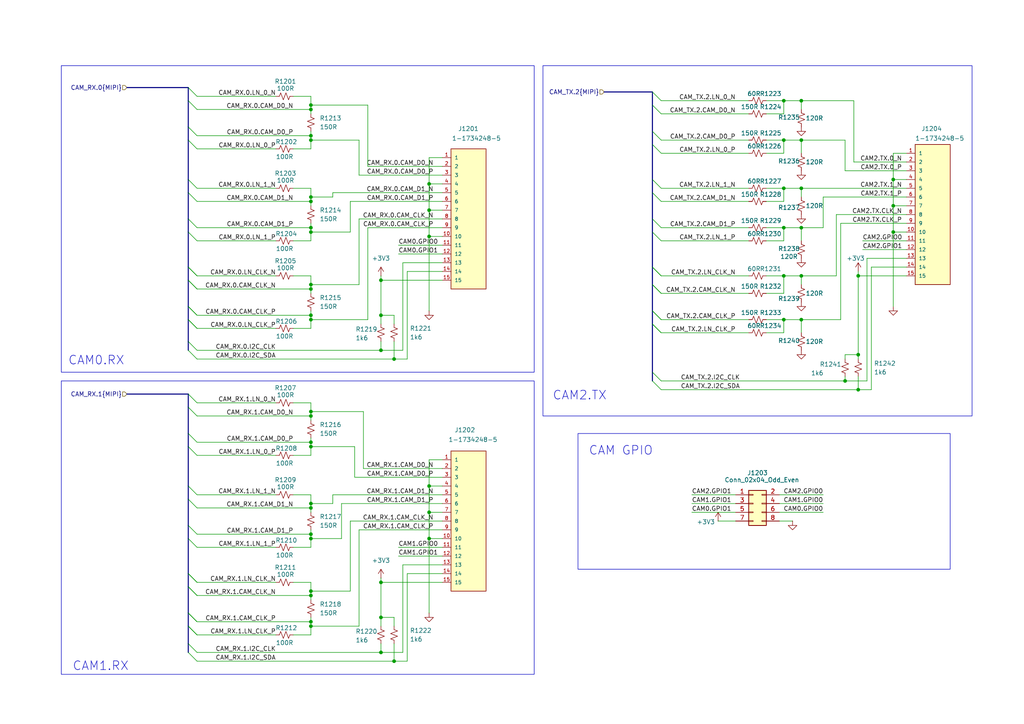
<source format=kicad_sch>
(kicad_sch (version 20250114) (generator "eeschema") (generator_version "9.0")
  (paper "A4")
  (title_block (title "Camera") (date "2025-09-13") (rev "A"))
  (lib_symbols
    (symbol "Connector_Generic:Conn_02x04_Odd_Even" (pin_names (offset 1.016) (hide yes))
      (property "Reference" "J" (at 1.27 5.08 0))
      (property "Value" "Conn_02x04_Odd_Even" (at 1.27 -7.62 0))
      (symbol "Conn_02x04_Odd_Even_1_1"
        (rectangle (start -1.27 3.81) (end 3.81 -6.35) (stroke (width 0.254)) (fill (type background)))
        (rectangle (start -1.27 2.667) (end 0 2.413) (stroke (width 0.1524)))
        (rectangle (start -1.27 0.127) (end 0 -0.127) (stroke (width 0.1524)))
        (rectangle (start -1.27 -2.413) (end 0 -2.667) (stroke (width 0.1524)))
        (rectangle (start -1.27 -4.953) (end 0 -5.207) (stroke (width 0.1524)))
        (rectangle (start 3.81 2.667) (end 2.54 2.413) (stroke (width 0.1524)))
        (rectangle (start 3.81 0.127) (end 2.54 -0.127) (stroke (width 0.1524)))
        (rectangle (start 3.81 -2.413) (end 2.54 -2.667) (stroke (width 0.1524)))
        (rectangle (start 3.81 -4.953) (end 2.54 -5.207) (stroke (width 0.1524)))
        (pin passive line (at -5.08 2.54 0) (length 3.81) (name "Pin_1") (number "1"))
        (pin passive line (at -5.08 0 0) (length 3.81) (name "Pin_3") (number "3"))
        (pin passive line (at -5.08 -2.54 0) (length 3.81) (name "Pin_5") (number "5"))
        (pin passive line (at -5.08 -5.08 0) (length 3.81) (name "Pin_7") (number "7"))
        (pin passive line (at 7.62 2.54 180) (length 3.81) (name "Pin_2") (number "2"))
        (pin passive line (at 7.62 0 180) (length 3.81) (name "Pin_4") (number "4"))
        (pin passive line (at 7.62 -2.54 180) (length 3.81) (name "Pin_6") (number "6"))
        (pin passive line (at 7.62 -5.08 180) (length 3.81) (name "Pin_8") (number "8"))
      )
    )
    (symbol "Device:R_Small_US" (pin_numbers (hide yes)) (pin_names (offset 0.254) (hide yes))
      (property "Reference" "R" (at 0.762 0.508 0))
      (property "Value" "R_Small_US" (at 0.762 -1.016 0))
      (symbol "R_Small_US_1_1"
        (polyline (pts (xy 0 1.524) (xy 1.016 1.143) (xy 0 0.762) (xy -1.016 0.381) (xy 0 0)))
        (polyline (pts (xy 0 0) (xy 1.016 -0.381) (xy 0 -0.762) (xy -1.016 -1.143) (xy 0 -1.524)))
        (pin passive line (at 0 2.54 270) (length 1.016) (name "~") (number "1"))
        (pin passive line (at 0 -2.54 90) (length 1.016) (name "~") (number "2"))
      )
    )
    (symbol "camera:1-1734248-5" (pin_names (offset 1.016))
      (property "Reference" "J" (at -5.08 20.955 0))
      (property "Value" "1-1734248-5" (at -6.096 -23.622 0))
      (symbol "1-1734248-5_0_0"
        (rectangle (start -5.08 20.32) (end 5.08 -20.32) (stroke (width 0.2032)) (fill (type background)))
        (pin passive line (at -7.62 17.78 0) (length 2.54) (name "1") (number "1"))
        (pin passive line (at -7.62 17.78 0) (length 2.54) (hide yes) (name "1__1") (number "1_1"))
        (pin passive line (at -7.62 15.24 0) (length 2.54) (name "2") (number "2"))
        (pin passive line (at -7.62 15.24 0) (length 2.54) (hide yes) (name "2__1") (number "2_1"))
        (pin passive line (at -7.62 12.7 0) (length 2.54) (name "3") (number "3"))
        (pin passive line (at -7.62 12.7 0) (length 2.54) (hide yes) (name "3__1") (number "3_1"))
        (pin passive line (at -7.62 10.16 0) (length 2.54) (name "4") (number "4"))
        (pin passive line (at -7.62 10.16 0) (length 2.54) (hide yes) (name "4__1") (number "4_1"))
        (pin passive line (at -7.62 7.62 0) (length 2.54) (name "5") (number "5"))
        (pin passive line (at -7.62 7.62 0) (length 2.54) (hide yes) (name "5__1") (number "5_1"))
        (pin passive line (at -7.62 5.08 0) (length 2.54) (name "6") (number "6"))
        (pin passive line (at -7.62 5.08 0) (length 2.54) (hide yes) (name "6__1") (number "6_1"))
        (pin passive line (at -7.62 2.54 0) (length 2.54) (name "7") (number "7"))
        (pin passive line (at -7.62 2.54 0) (length 2.54) (hide yes) (name "7__1") (number "7_1"))
        (pin passive line (at -7.62 0 0) (length 2.54) (name "8") (number "8"))
        (pin passive line (at -7.62 0 0) (length 2.54) (hide yes) (name "8__1") (number "8_1"))
        (pin passive line (at -7.62 -2.54 0) (length 2.54) (name "9") (number "9"))
        (pin passive line (at -7.62 -2.54 0) (length 2.54) (hide yes) (name "9__1") (number "9_1"))
        (pin passive line (at -7.62 -5.08 0) (length 2.54) (name "10") (number "10"))
        (pin passive line (at -7.62 -5.08 0) (length 2.54) (hide yes) (name "10__1") (number "10_1"))
        (pin passive line (at -7.62 -7.62 0) (length 2.54) (name "11") (number "11"))
        (pin passive line (at -7.62 -7.62 0) (length 2.54) (hide yes) (name "11__1") (number "11_1"))
        (pin passive line (at -7.62 -10.16 0) (length 2.54) (name "12") (number "12"))
        (pin passive line (at -7.62 -10.16 0) (length 2.54) (hide yes) (name "12__1") (number "12_1"))
        (pin passive line (at -7.62 -12.7 0) (length 2.54) (name "13") (number "13"))
        (pin passive line (at -7.62 -12.7 0) (length 2.54) (hide yes) (name "13__1") (number "13_1"))
        (pin passive line (at -7.62 -15.24 0) (length 2.54) (name "14") (number "14"))
        (pin passive line (at -7.62 -15.24 0) (length 2.54) (hide yes) (name "14__1") (number "14_1"))
        (pin passive line (at -7.62 -17.78 0) (length 2.54) (name "15") (number "15"))
        (pin passive line (at -7.62 -17.78 0) (length 2.54) (hide yes) (name "15__1") (number "15_1"))
      )
    )
    (symbol "power:+3.3V" (power) (pin_numbers (hide yes)) (pin_names (offset 0) (hide yes))
      (property "Value" "+3.3V" (at 0 3.556 0))
      (symbol "+3.3V_0_1"
        (polyline (pts (xy -0.762 1.27) (xy 0 2.54)))
        (polyline (pts (xy 0 2.54) (xy 0.762 1.27)))
        (polyline (pts (xy 0 0) (xy 0 2.54)))
      )
      (symbol "+3.3V_1_1"
        (pin power_in line (at 0 0 90) (length 0) (name "~") (number "1"))
      )
    )
    (symbol "power:GND" (power) (pin_numbers (hide yes)) (pin_names (offset 0) (hide yes))
      (property "Value" "GND" (at 0 -3.81 0))
      (symbol "GND_0_1"
        (polyline (pts (xy 0 0) (xy 0 -1.27) (xy 1.27 -1.27) (xy 0 -2.54) (xy -1.27 -1.27) (xy 0 -1.27)))
      )
      (symbol "GND_1_1"
        (pin power_in line (at 0 0 270) (length 0) (name "~") (number "1"))
      )
    )
  )
  (bus_alias "MIPI" (members "CAM_D0_N" "CAM_D0_P" "CAM_D1_N" "CAM_D1_P" "CAM_CLK_N" "CAM_CLK_P" "I2C_CLK" "I2C_SDA" "LN_0_N" "LN_0_P" "LN_1_N" "LN_1_P" "LN_CLK_N" "LN_CLK_P"))
  (rectangle (start 157.48 19.05) (end 281.94 120.65))
  (rectangle (start 17.78 19.05) (end 154.94 107.95))
  (rectangle (start 167.64 125.73) (end 275.59 165.1))
  (rectangle (start 17.78 110.49) (end 154.94 195.58))
  (text "CAM0.RX" (at 27.94 104.648 0) (effects (font (size 2.54 2.54))))
  (text "CAM1.RX" (at 29.21 193.294 0) (effects (font (size 2.54 2.54))))
  (text "CAM GPIO" (at 180.086 130.81 0) (effects (font (size 2.54 2.54))))
  (text "CAM2.TX" (at 168.148 114.808 0) (effects (font (size 2.54 2.54))))
  (junction (at 90.17 39.37))
  (junction (at 110.49 168.91))
  (junction (at 90.17 147.32))
  (junction (at 227.33 92.71))
  (junction (at 259.08 59.69))
  (junction (at 124.46 68.58))
  (junction (at 110.49 91.44))
  (junction (at 114.3 104.14))
  (junction (at 248.92 80.01))
  (junction (at 227.33 54.61))
  (junction (at 90.17 30.48))
  (junction (at 124.46 60.96))
  (junction (at 90.17 156.21))
  (junction (at 227.33 40.64))
  (junction (at 245.11 110.49))
  (junction (at 259.08 52.07))
  (junction (at 90.17 129.54))
  (junction (at 110.49 189.23))
  (junction (at 90.17 31.75))
  (junction (at 90.17 91.44))
  (junction (at 232.41 66.04))
  (junction (at 90.17 181.61))
  (junction (at 232.41 29.21))
  (junction (at 90.17 120.65))
  (junction (at 90.17 146.05))
  (junction (at 90.17 58.42))
  (junction (at 90.17 40.64))
  (junction (at 232.41 92.71))
  (junction (at 232.41 80.01))
  (junction (at 90.17 83.82))
  (junction (at 124.46 140.97))
  (junction (at 124.46 156.21))
  (junction (at 124.46 53.34))
  (junction (at 90.17 57.15))
  (junction (at 90.17 119.38))
  (junction (at 90.17 172.72))
  (junction (at 90.17 154.94))
  (junction (at 114.3 191.77))
  (junction (at 124.46 148.59))
  (junction (at 227.33 66.04))
  (junction (at 90.17 67.31))
  (junction (at 227.33 29.21))
  (junction (at 90.17 66.04))
  (junction (at 90.17 128.27))
  (junction (at 227.33 80.01))
  (junction (at 90.17 82.55))
  (junction (at 248.92 102.87))
  (junction (at 90.17 180.34))
  (junction (at 110.49 179.07))
  (junction (at 110.49 81.28))
  (junction (at 232.41 40.64))
  (junction (at 232.41 54.61))
  (junction (at 259.08 67.31))
  (junction (at 90.17 171.45))
  (junction (at 248.92 113.03))
  (junction (at 90.17 92.71))
  (junction (at 110.49 101.6))
  (bus_entry (at 54.61 92.71) (size 2.54 2.54))
  (bus_entry (at 54.61 88.9) (size 2.54 2.54))
  (bus_entry (at 189.23 107.95) (size 2.54 2.54))
  (bus_entry (at 189.23 26.67) (size 2.54 2.54))
  (bus_entry (at 54.61 77.47) (size 2.54 2.54))
  (bus_entry (at 189.23 41.91) (size 2.54 2.54))
  (bus_entry (at 54.61 77.47) (size 2.54 2.54))
  (bus_entry (at 54.61 63.5) (size 2.54 2.54))
  (bus_entry (at 54.61 177.8) (size 2.54 2.54))
  (bus_entry (at 54.61 92.71) (size 2.54 2.54))
  (bus_entry (at 189.23 82.55) (size 2.54 2.54))
  (bus_entry (at 54.61 36.83) (size 2.54 2.54))
  (bus_entry (at 54.61 40.64) (size 2.54 2.54))
  (bus_entry (at 54.61 25.4) (size 2.54 2.54))
  (bus_entry (at 189.23 90.17) (size 2.54 2.54))
  (bus_entry (at 189.23 77.47) (size 2.54 2.54))
  (bus_entry (at 54.61 29.21) (size 2.54 2.54))
  (bus_entry (at 54.61 114.3) (size 2.54 2.54))
  (bus_entry (at 54.61 67.31) (size 2.54 2.54))
  (bus_entry (at 189.23 93.98) (size 2.54 2.54))
  (bus_entry (at 189.23 93.98) (size 2.54 2.54))
  (bus_entry (at 54.61 81.28) (size 2.54 2.54))
  (bus_entry (at 54.61 177.8) (size 2.54 2.54))
  (bus_entry (at 54.61 144.78) (size 2.54 2.54))
  (bus_entry (at 189.23 90.17) (size 2.54 2.54))
  (bus_entry (at 189.23 52.07) (size 2.54 2.54))
  (bus_entry (at 54.61 125.73) (size 2.54 2.54))
  (bus_entry (at 189.23 77.47) (size 2.54 2.54))
  (bus_entry (at 54.61 170.18) (size 2.54 2.54))
  (bus_entry (at 54.61 156.21) (size 2.54 2.54))
  (bus_entry (at 54.61 101.6) (size 2.54 2.54))
  (bus_entry (at 189.23 63.5) (size 2.54 2.54))
  (bus_entry (at 54.61 181.61) (size 2.54 2.54))
  (bus_entry (at 54.61 189.23) (size 2.54 2.54))
  (bus_entry (at 54.61 118.11) (size 2.54 2.54))
  (bus_entry (at 54.61 81.28) (size 2.54 2.54))
  (bus_entry (at 54.61 140.97) (size 2.54 2.54))
  (bus_entry (at 189.23 38.1) (size 2.54 2.54))
  (bus_entry (at 54.61 99.06) (size 2.54 2.54))
  (bus_entry (at 189.23 82.55) (size 2.54 2.54))
  (bus_entry (at 189.23 110.49) (size 2.54 2.54))
  (bus_entry (at 54.61 166.37) (size 2.54 2.54))
  (bus_entry (at 54.61 170.18) (size 2.54 2.54))
  (bus_entry (at 189.23 67.31) (size 2.54 2.54))
  (bus_entry (at 54.61 181.61) (size 2.54 2.54))
  (bus_entry (at 54.61 166.37) (size 2.54 2.54))
  (bus_entry (at 54.61 152.4) (size 2.54 2.54))
  (bus_entry (at 54.61 52.07) (size 2.54 2.54))
  (bus_entry (at 54.61 186.69) (size 2.54 2.54))
  (bus_entry (at 54.61 88.9) (size 2.54 2.54))
  (bus_entry (at 54.61 129.54) (size 2.54 2.54))
  (bus_entry (at 189.23 30.48) (size 2.54 2.54))
  (bus_entry (at 54.61 55.88) (size 2.54 2.54))
  (bus_entry (at 189.23 55.88) (size 2.54 2.54))
  (wire (pts (xy 102.87 129.54) (xy 102.87 138.43)))
  (wire (pts (xy 105.41 119.38) (xy 90.17 119.38)))
  (bus (pts (xy 189.23 41.91) (xy 189.23 52.07)))
  (bus (pts (xy 189.23 63.5) (xy 189.23 67.31)))
  (wire (pts (xy 110.49 168.91) (xy 128.27 168.91)))
  (wire (pts (xy 90.17 128.27) (xy 90.17 127)))
  (wire (pts (xy 90.17 180.34) (xy 90.17 179.07)))
  (wire (pts (xy 57.15 31.75) (xy 90.17 31.75)))
  (wire (pts (xy 57.15 147.32) (xy 90.17 147.32)))
  (wire (pts (xy 200.66 148.59) (xy 213.36 148.59)))
  (wire (pts (xy 252.73 77.47) (xy 262.89 77.47)))
  (wire (pts (xy 105.41 135.89) (xy 128.27 135.89)))
  (wire (pts (xy 232.41 57.15) (xy 232.41 54.61)))
  (wire (pts (xy 96.52 55.88) (xy 128.27 55.88)))
  (wire (pts (xy 57.15 120.65) (xy 90.17 120.65)))
  (wire (pts (xy 57.15 43.18) (xy 80.01 43.18)))
  (wire (pts (xy 90.17 40.64) (xy 104.14 40.64)))
  (bus (pts (xy 189.23 67.31) (xy 189.23 77.47)))
  (wire (pts (xy 124.46 133.35) (xy 124.46 140.97)))
  (wire (pts (xy 90.17 120.65) (xy 90.17 121.92)))
  (wire (pts (xy 90.17 129.54) (xy 102.87 129.54)))
  (wire (pts (xy 114.3 104.14) (xy 118.11 104.14)))
  (bus (pts (xy 189.23 52.07) (xy 189.23 55.88)))
  (wire (pts (xy 85.09 54.61) (xy 90.17 54.61)))
  (wire (pts (xy 90.17 80.01) (xy 90.17 82.55)))
  (wire (pts (xy 232.41 92.71) (xy 243.84 92.71)))
  (wire (pts (xy 124.46 53.34) (xy 124.46 60.96)))
  (wire (pts (xy 232.41 96.52) (xy 232.41 92.71)))
  (wire (pts (xy 200.66 146.05) (xy 213.36 146.05)))
  (wire (pts (xy 104.14 63.5) (xy 128.27 63.5)))
  (wire (pts (xy 101.6 58.42) (xy 128.27 58.42)))
  (bus (pts (xy 54.61 63.5) (xy 54.61 67.31)))
  (wire (pts (xy 90.17 69.85) (xy 90.17 67.31)))
  (wire (pts (xy 232.41 80.01) (xy 227.33 80.01)))
  (wire (pts (xy 232.41 69.85) (xy 232.41 66.04)))
  (wire (pts (xy 57.15 66.04) (xy 90.17 66.04)))
  (wire (pts (xy 104.14 153.67) (xy 128.27 153.67)))
  (wire (pts (xy 227.33 40.64) (xy 227.33 44.45)))
  (wire (pts (xy 57.15 189.23) (xy 110.49 189.23)))
  (wire (pts (xy 57.15 143.51) (xy 80.01 143.51)))
  (wire (pts (xy 118.11 104.14) (xy 118.11 78.74)))
  (wire (pts (xy 245.11 104.14) (xy 245.11 102.87)))
  (wire (pts (xy 57.15 154.94) (xy 90.17 154.94)))
  (wire (pts (xy 118.11 78.74) (xy 128.27 78.74)))
  (wire (pts (xy 242.57 62.23) (xy 262.89 62.23)))
  (bus (pts (xy 189.23 107.95) (xy 189.23 110.49)))
  (wire (pts (xy 259.08 67.31) (xy 259.08 88.9)))
  (wire (pts (xy 104.14 40.64) (xy 104.14 50.8)))
  (wire (pts (xy 110.49 80.01) (xy 110.49 81.28)))
  (wire (pts (xy 232.41 66.04) (xy 238.76 66.04)))
  (bus (pts (xy 54.61 140.97) (xy 54.61 144.78)))
  (wire (pts (xy 90.17 91.44) (xy 90.17 90.17)))
  (wire (pts (xy 90.17 31.75) (xy 90.17 33.02)))
  (wire (pts (xy 106.68 48.26) (xy 128.27 48.26)))
  (wire (pts (xy 101.6 171.45) (xy 101.6 151.13)))
  (wire (pts (xy 90.17 57.15) (xy 90.17 58.42)))
  (wire (pts (xy 222.25 66.04) (xy 227.33 66.04)))
  (bus (pts (xy 189.23 93.98) (xy 189.23 107.95)))
  (wire (pts (xy 222.25 85.09) (xy 227.33 85.09)))
  (wire (pts (xy 250.19 69.85) (xy 262.89 69.85)))
  (wire (pts (xy 115.57 161.29) (xy 128.27 161.29)))
  (wire (pts (xy 191.77 69.85) (xy 217.17 69.85)))
  (wire (pts (xy 90.17 92.71) (xy 90.17 91.44)))
  (wire (pts (xy 191.77 85.09) (xy 217.17 85.09)))
  (wire (pts (xy 124.46 45.72) (xy 124.46 53.34)))
  (bus (pts (xy 54.61 114.3) (xy 54.61 118.11)))
  (wire (pts (xy 232.41 29.21) (xy 247.65 29.21)))
  (bus (pts (xy 36.83 114.3) (xy 54.61 114.3)))
  (bus (pts (xy 189.23 38.1) (xy 189.23 41.91)))
  (wire (pts (xy 227.33 54.61) (xy 222.25 54.61)))
  (wire (pts (xy 124.46 148.59) (xy 128.27 148.59)))
  (wire (pts (xy 251.46 74.93) (xy 262.89 74.93)))
  (wire (pts (xy 247.65 29.21) (xy 247.65 46.99)))
  (bus (pts (xy 189.23 82.55) (xy 189.23 90.17)))
  (wire (pts (xy 110.49 186.69) (xy 110.49 189.23)))
  (wire (pts (xy 110.49 81.28) (xy 128.27 81.28)))
  (bus (pts (xy 54.61 125.73) (xy 54.61 129.54)))
  (bus (pts (xy 54.61 77.47) (xy 54.61 81.28)))
  (bus (pts (xy 54.61 92.71) (xy 54.61 99.06)))
  (wire (pts (xy 105.41 119.38) (xy 105.41 135.89)))
  (wire (pts (xy 57.15 158.75) (xy 80.01 158.75)))
  (wire (pts (xy 90.17 27.94) (xy 90.17 30.48)))
  (wire (pts (xy 247.65 46.99) (xy 262.89 46.99)))
  (wire (pts (xy 96.52 146.05) (xy 90.17 146.05)))
  (bus (pts (xy 189.23 30.48) (xy 189.23 38.1)))
  (wire (pts (xy 110.49 168.91) (xy 110.49 179.07)))
  (wire (pts (xy 57.15 69.85) (xy 80.01 69.85)))
  (wire (pts (xy 90.17 168.91) (xy 90.17 171.45)))
  (wire (pts (xy 245.11 49.53) (xy 262.89 49.53)))
  (wire (pts (xy 200.66 143.51) (xy 213.36 143.51)))
  (bus (pts (xy 54.61 36.83) (xy 54.61 40.64)))
  (wire (pts (xy 245.11 109.22) (xy 245.11 110.49)))
  (wire (pts (xy 57.15 80.01) (xy 80.01 80.01)))
  (wire (pts (xy 124.46 156.21) (xy 128.27 156.21)))
  (bus (pts (xy 54.61 129.54) (xy 54.61 140.97)))
  (wire (pts (xy 227.33 69.85) (xy 222.25 69.85)))
  (wire (pts (xy 90.17 146.05) (xy 90.17 147.32)))
  (bus (pts (xy 54.61 55.88) (xy 54.61 63.5)))
  (wire (pts (xy 57.15 191.77) (xy 114.3 191.77)))
  (wire (pts (xy 90.17 156.21) (xy 90.17 154.94)))
  (wire (pts (xy 90.17 92.71) (xy 90.17 95.25)))
  (wire (pts (xy 110.49 101.6) (xy 116.84 101.6)))
  (wire (pts (xy 124.46 60.96) (xy 128.27 60.96)))
  (wire (pts (xy 208.28 151.13) (xy 213.36 151.13)))
  (wire (pts (xy 226.06 151.13) (xy 229.87 151.13)))
  (wire (pts (xy 252.73 77.47) (xy 252.73 113.03)))
  (wire (pts (xy 57.15 91.44) (xy 90.17 91.44)))
  (bus (pts (xy 54.61 170.18) (xy 54.61 177.8)))
  (wire (pts (xy 85.09 43.18) (xy 90.17 43.18)))
  (wire (pts (xy 57.15 128.27) (xy 90.17 128.27)))
  (wire (pts (xy 124.46 140.97) (xy 128.27 140.97)))
  (wire (pts (xy 57.15 132.08) (xy 80.01 132.08)))
  (wire (pts (xy 102.87 138.43) (xy 128.27 138.43)))
  (wire (pts (xy 90.17 82.55) (xy 90.17 83.82)))
  (wire (pts (xy 90.17 129.54) (xy 90.17 128.27)))
  (wire (pts (xy 90.17 67.31) (xy 90.17 66.04)))
  (wire (pts (xy 85.09 132.08) (xy 90.17 132.08)))
  (wire (pts (xy 245.11 110.49) (xy 251.46 110.49)))
  (wire (pts (xy 250.19 72.39) (xy 262.89 72.39)))
  (wire (pts (xy 90.17 116.84) (xy 90.17 119.38)))
  (wire (pts (xy 90.17 171.45) (xy 90.17 172.72)))
  (wire (pts (xy 114.3 99.06) (xy 114.3 104.14)))
  (wire (pts (xy 90.17 43.18) (xy 90.17 40.64)))
  (wire (pts (xy 57.15 180.34) (xy 90.17 180.34)))
  (wire (pts (xy 85.09 80.01) (xy 90.17 80.01)))
  (wire (pts (xy 90.17 158.75) (xy 90.17 156.21)))
  (wire (pts (xy 115.57 158.75) (xy 128.27 158.75)))
  (bus (pts (xy 54.61 40.64) (xy 54.61 52.07)))
  (wire (pts (xy 116.84 76.2) (xy 128.27 76.2)))
  (wire (pts (xy 90.17 132.08) (xy 90.17 129.54)))
  (wire (pts (xy 99.06 146.05) (xy 128.27 146.05)))
  (wire (pts (xy 259.08 67.31) (xy 262.89 67.31)))
  (wire (pts (xy 110.49 81.28) (xy 110.49 91.44)))
  (wire (pts (xy 115.57 71.12) (xy 128.27 71.12)))
  (wire (pts (xy 115.57 73.66) (xy 128.27 73.66)))
  (wire (pts (xy 85.09 69.85) (xy 90.17 69.85)))
  (wire (pts (xy 57.15 101.6) (xy 110.49 101.6)))
  (wire (pts (xy 114.3 179.07) (xy 110.49 179.07)))
  (bus (pts (xy 54.61 88.9) (xy 54.61 92.71)))
  (wire (pts (xy 124.46 53.34) (xy 128.27 53.34)))
  (wire (pts (xy 243.84 64.77) (xy 243.84 92.71)))
  (bus (pts (xy 54.61 81.28) (xy 54.61 88.9)))
  (wire (pts (xy 232.41 31.75) (xy 232.41 29.21)))
  (wire (pts (xy 259.08 44.45) (xy 259.08 52.07)))
  (wire (pts (xy 57.15 39.37) (xy 90.17 39.37)))
  (wire (pts (xy 238.76 57.15) (xy 262.89 57.15)))
  (wire (pts (xy 227.33 96.52) (xy 222.25 96.52)))
  (wire (pts (xy 90.17 156.21) (xy 99.06 156.21)))
  (wire (pts (xy 191.77 29.21) (xy 217.17 29.21)))
  (bus (pts (xy 54.61 181.61) (xy 54.61 186.69)))
  (wire (pts (xy 101.6 151.13) (xy 128.27 151.13)))
  (wire (pts (xy 101.6 67.31) (xy 101.6 58.42)))
  (wire (pts (xy 90.17 66.04) (xy 90.17 64.77)))
  (wire (pts (xy 124.46 156.21) (xy 124.46 177.8)))
  (wire (pts (xy 90.17 82.55) (xy 104.14 82.55)))
  (wire (pts (xy 85.09 158.75) (xy 90.17 158.75)))
  (wire (pts (xy 90.17 143.51) (xy 90.17 146.05)))
  (wire (pts (xy 57.15 172.72) (xy 90.17 172.72)))
  (wire (pts (xy 90.17 119.38) (xy 90.17 120.65)))
  (wire (pts (xy 262.89 44.45) (xy 259.08 44.45)))
  (wire (pts (xy 238.76 57.15) (xy 238.76 66.04)))
  (wire (pts (xy 106.68 30.48) (xy 90.17 30.48)))
  (wire (pts (xy 96.52 143.51) (xy 128.27 143.51)))
  (wire (pts (xy 57.15 184.15) (xy 80.01 184.15)))
  (wire (pts (xy 191.77 40.64) (xy 217.17 40.64)))
  (wire (pts (xy 227.33 29.21) (xy 222.25 29.21)))
  (wire (pts (xy 124.46 68.58) (xy 124.46 90.17)))
  (wire (pts (xy 191.77 110.49) (xy 245.11 110.49)))
  (wire (pts (xy 90.17 58.42) (xy 90.17 59.69)))
  (wire (pts (xy 191.77 113.03) (xy 248.92 113.03)))
  (wire (pts (xy 227.33 58.42) (xy 227.33 54.61)))
  (bus (pts (xy 54.61 29.21) (xy 54.61 36.83)))
  (wire (pts (xy 90.17 39.37) (xy 90.17 38.1)))
  (bus (pts (xy 189.23 26.67) (xy 189.23 30.48)))
  (wire (pts (xy 114.3 186.69) (xy 114.3 191.77)))
  (bus (pts (xy 54.61 52.07) (xy 54.61 55.88)))
  (wire (pts (xy 90.17 92.71) (xy 106.68 92.71)))
  (wire (pts (xy 57.15 168.91) (xy 80.01 168.91)))
  (wire (pts (xy 222.25 40.64) (xy 227.33 40.64)))
  (wire (pts (xy 227.33 44.45) (xy 222.25 44.45)))
  (wire (pts (xy 90.17 171.45) (xy 101.6 171.45)))
  (wire (pts (xy 116.84 101.6) (xy 116.84 76.2)))
  (wire (pts (xy 191.77 80.01) (xy 217.17 80.01)))
  (wire (pts (xy 232.41 40.64) (xy 227.33 40.64)))
  (wire (pts (xy 90.17 67.31) (xy 101.6 67.31)))
  (wire (pts (xy 116.84 189.23) (xy 116.84 163.83)))
  (wire (pts (xy 104.14 82.55) (xy 104.14 63.5)))
  (wire (pts (xy 110.49 167.64) (xy 110.49 168.91)))
  (bus (pts (xy 54.61 166.37) (xy 54.61 170.18)))
  (bus (pts (xy 189.23 55.88) (xy 189.23 63.5)))
  (wire (pts (xy 90.17 181.61) (xy 104.14 181.61)))
  (bus (pts (xy 54.61 25.4) (xy 54.61 29.21)))
  (wire (pts (xy 232.41 80.01) (xy 242.57 80.01)))
  (wire (pts (xy 96.52 57.15) (xy 96.52 55.88)))
  (wire (pts (xy 226.06 148.59) (xy 238.76 148.59)))
  (wire (pts (xy 128.27 45.72) (xy 124.46 45.72)))
  (wire (pts (xy 85.09 116.84) (xy 90.17 116.84)))
  (wire (pts (xy 124.46 68.58) (xy 128.27 68.58)))
  (bus (pts (xy 54.61 156.21) (xy 54.61 166.37)))
  (wire (pts (xy 232.41 44.45) (xy 232.41 40.64)))
  (wire (pts (xy 110.49 99.06) (xy 110.49 101.6)))
  (wire (pts (xy 85.09 95.25) (xy 90.17 95.25)))
  (wire (pts (xy 243.84 64.77) (xy 262.89 64.77)))
  (wire (pts (xy 57.15 27.94) (xy 80.01 27.94)))
  (wire (pts (xy 99.06 156.21) (xy 99.06 146.05)))
  (wire (pts (xy 96.52 143.51) (xy 96.52 146.05)))
  (wire (pts (xy 191.77 66.04) (xy 217.17 66.04)))
  (wire (pts (xy 90.17 83.82) (xy 90.17 85.09)))
  (wire (pts (xy 227.33 66.04) (xy 227.33 69.85)))
  (wire (pts (xy 106.68 66.04) (xy 128.27 66.04)))
  (wire (pts (xy 248.92 80.01) (xy 262.89 80.01)))
  (wire (pts (xy 57.15 104.14) (xy 114.3 104.14)))
  (wire (pts (xy 114.3 191.77) (xy 118.11 191.77)))
  (wire (pts (xy 222.25 33.02) (xy 227.33 33.02)))
  (wire (pts (xy 245.11 102.87) (xy 248.92 102.87)))
  (wire (pts (xy 232.41 54.61) (xy 262.89 54.61)))
  (wire (pts (xy 90.17 40.64) (xy 90.17 39.37)))
  (wire (pts (xy 191.77 33.02) (xy 217.17 33.02)))
  (wire (pts (xy 191.77 44.45) (xy 217.17 44.45)))
  (wire (pts (xy 110.49 91.44) (xy 110.49 93.98)))
  (wire (pts (xy 110.49 179.07) (xy 110.49 181.61)))
  (wire (pts (xy 251.46 74.93) (xy 251.46 110.49)))
  (wire (pts (xy 90.17 57.15) (xy 96.52 57.15)))
  (bus (pts (xy 189.23 77.47) (xy 189.23 82.55)))
  (wire (pts (xy 114.3 91.44) (xy 110.49 91.44)))
  (wire (pts (xy 191.77 92.71) (xy 217.17 92.71)))
  (bus (pts (xy 36.83 25.4) (xy 54.61 25.4)))
  (wire (pts (xy 90.17 30.48) (xy 90.17 31.75)))
  (wire (pts (xy 104.14 181.61) (xy 104.14 153.67)))
  (wire (pts (xy 259.08 52.07) (xy 262.89 52.07)))
  (wire (pts (xy 248.92 78.74) (xy 248.92 80.01)))
  (wire (pts (xy 90.17 172.72) (xy 90.17 173.99)))
  (wire (pts (xy 248.92 102.87) (xy 248.92 104.14)))
  (bus (pts (xy 54.61 144.78) (xy 54.61 152.4)))
  (wire (pts (xy 259.08 52.07) (xy 259.08 59.69)))
  (wire (pts (xy 259.08 59.69) (xy 259.08 67.31)))
  (wire (pts (xy 85.09 184.15) (xy 90.17 184.15)))
  (wire (pts (xy 90.17 147.32) (xy 90.17 148.59)))
  (wire (pts (xy 85.09 168.91) (xy 90.17 168.91)))
  (wire (pts (xy 57.15 58.42) (xy 90.17 58.42)))
  (wire (pts (xy 222.25 92.71) (xy 227.33 92.71)))
  (wire (pts (xy 227.33 92.71) (xy 227.33 96.52)))
  (wire (pts (xy 57.15 54.61) (xy 80.01 54.61)))
  (wire (pts (xy 222.25 58.42) (xy 227.33 58.42)))
  (wire (pts (xy 124.46 140.97) (xy 124.46 148.59)))
  (bus (pts (xy 54.61 99.06) (xy 54.61 101.6)))
  (wire (pts (xy 118.11 191.77) (xy 118.11 166.37)))
  (wire (pts (xy 128.27 133.35) (xy 124.46 133.35)))
  (wire (pts (xy 232.41 40.64) (xy 245.11 40.64)))
  (wire (pts (xy 90.17 154.94) (xy 90.17 153.67)))
  (wire (pts (xy 191.77 96.52) (xy 217.17 96.52)))
  (wire (pts (xy 110.49 189.23) (xy 116.84 189.23)))
  (wire (pts (xy 227.33 85.09) (xy 227.33 80.01)))
  (bus (pts (xy 54.61 152.4) (xy 54.61 156.21)))
  (wire (pts (xy 57.15 95.25) (xy 80.01 95.25)))
  (wire (pts (xy 248.92 80.01) (xy 248.92 102.87)))
  (wire (pts (xy 57.15 116.84) (xy 80.01 116.84)))
  (wire (pts (xy 227.33 33.02) (xy 227.33 29.21)))
  (wire (pts (xy 106.68 30.48) (xy 106.68 48.26)))
  (wire (pts (xy 57.15 83.82) (xy 90.17 83.82)))
  (wire (pts (xy 90.17 184.15) (xy 90.17 181.61)))
  (wire (pts (xy 118.11 166.37) (xy 128.27 166.37)))
  (wire (pts (xy 232.41 54.61) (xy 227.33 54.61)))
  (wire (pts (xy 232.41 66.04) (xy 227.33 66.04)))
  (wire (pts (xy 85.09 143.51) (xy 90.17 143.51)))
  (bus (pts (xy 54.61 177.8) (xy 54.61 181.61)))
  (wire (pts (xy 90.17 54.61) (xy 90.17 57.15)))
  (wire (pts (xy 191.77 58.42) (xy 217.17 58.42)))
  (wire (pts (xy 104.14 50.8) (xy 128.27 50.8)))
  (bus (pts (xy 189.23 90.17) (xy 189.23 93.98)))
  (wire (pts (xy 248.92 113.03) (xy 252.73 113.03)))
  (wire (pts (xy 226.06 143.51) (xy 238.76 143.51)))
  (wire (pts (xy 114.3 181.61) (xy 114.3 179.07)))
  (wire (pts (xy 259.08 59.69) (xy 262.89 59.69)))
  (wire (pts (xy 242.57 62.23) (xy 242.57 80.01)))
  (wire (pts (xy 227.33 80.01) (xy 222.25 80.01)))
  (bus (pts (xy 54.61 67.31) (xy 54.61 77.47)))
  (wire (pts (xy 90.17 181.61) (xy 90.17 180.34)))
  (wire (pts (xy 116.84 163.83) (xy 128.27 163.83)))
  (wire (pts (xy 226.06 146.05) (xy 238.76 146.05)))
  (wire (pts (xy 124.46 60.96) (xy 124.46 68.58)))
  (wire (pts (xy 232.41 82.55) (xy 232.41 80.01)))
  (wire (pts (xy 232.41 29.21) (xy 227.33 29.21)))
  (wire (pts (xy 114.3 93.98) (xy 114.3 91.44)))
  (bus (pts (xy 175.26 26.67) (xy 189.23 26.67)))
  (wire (pts (xy 106.68 92.71) (xy 106.68 66.04)))
  (wire (pts (xy 232.41 92.71) (xy 227.33 92.71)))
  (wire (pts (xy 191.77 54.61) (xy 217.17 54.61)))
  (wire (pts (xy 245.11 40.64) (xy 245.11 49.53)))
  (wire (pts (xy 124.46 148.59) (xy 124.46 156.21)))
  (wire (pts (xy 248.92 109.22) (xy 248.92 113.03)))
  (bus (pts (xy 54.61 186.69) (xy 54.61 189.23)))
  (bus (pts (xy 54.61 118.11) (xy 54.61 125.73)))
  (wire (pts (xy 85.09 27.94) (xy 90.17 27.94)))
  (label "CAM_RX.1.CAM_CLK_P" (at 80.01 180.34 180))
  (label "CAM2.TX.0_P" (at 261.62 49.53 180))
  (label "CAM_TX.2.LN_1_N" (at 213.36 54.61 180))
  (label "CAM2.TX.0_N" (at 261.62 46.99 180))
  (label "CAM_RX.0.LN_CLK_N" (at 80.01 80.01 180))
  (label "CAM2.TX.1_P" (at 261.62 57.15 180))
  (label "CAM_TX.2.CAM_D1_N" (at 213.36 58.42 180))
  (label "CAM_RX.1.CAM_D0_N" (at 85.09 120.65 180))
  (label "CAM_RX.1.CAM_CLK_N" (at 125.73 151.13 180))
  (label "CAM_TX.2.I2C_SDA" (at 214.63 113.03 180))
  (label "CAM_TX.2.LN_0_N" (at 213.36 29.21 180))
  (label "CAM2.GPIO1" (at 250.19 72.39 0))
  (label "CAM_RX.0.CAM_D0_P" (at 125.73 50.8 180))
  (label "CAM_RX.0.CAM_CLK_N" (at 80.01 83.82 180))
  (label "CAM1.GPIO1" (at 200.66 146.05 0))
  (label "CAM2.TX.CLK_N" (at 261.62 62.23 180))
  (label "CAM_TX.2.CAM_CLK_N" (at 213.36 85.09 180))
  (label "CAM1.GPIO1" (at 115.57 161.29 0))
  (label "CAM_RX.0.LN_1_P" (at 80.01 69.85 180))
  (label "CAM_RX.1.CAM_D1_N" (at 125.73 143.51 180))
  (label "CAM2.TX.CLK_P" (at 261.62 64.77 180))
  (label "CAM_TX.2.CAM_D0_P" (at 213.36 40.64 180))
  (label "CAM_TX.2.LN_0_P" (at 213.36 44.45 180))
  (label "CAM_RX.1.CAM_D1_P" (at 85.09 154.94 180))
  (label "CAM0.GPIO1" (at 200.66 148.59 0))
  (label "CAM2.GPIO0" (at 250.19 69.85 0))
  (label "CAM_RX.1.LN_CLK_N" (at 80.01 168.91 180))
  (label "CAM_RX.0.CAM_D0_P" (at 85.09 39.37 180))
  (label "CAM2.GPIO1" (at 200.66 143.51 0))
  (label "CAM_TX.2.CAM_CLK_P" (at 213.36 92.71 180))
  (label "CAM2.TX.1_N" (at 261.62 54.61 180))
  (label "CAM_TX.2.I2C_CLK" (at 214.63 110.49 180))
  (label "CAM_RX.1.CAM_D1_N" (at 85.09 147.32 180))
  (label "CAM_RX.0.CAM_CLK_N" (at 125.73 63.5 180))
  (label "CAM_RX.0.LN_CLK_P" (at 80.01 95.25 180))
  (label "CAM_RX.0.I2C_CLK" (at 80.01 101.6 180))
  (label "CAM_RX.1.CAM_D0_N" (at 125.73 135.89 180))
  (label "CAM_TX.2.CAM_D1_P" (at 213.36 66.04 180))
  (label "CAM1.GPIO0" (at 115.57 158.75 0))
  (label "CAM_RX.0.CAM_D0_N" (at 85.09 31.75 180))
  (label "CAM_TX.2.LN_1_P" (at 213.36 69.85 180))
  (label "CAM_RX.1.LN_0_N" (at 80.01 116.84 180))
  (label "CAM_RX.0.CAM_D1_N" (at 85.09 58.42 180))
  (label "CAM_RX.1.CAM_D0_P" (at 125.73 138.43 180))
  (label "CAM2.GPIO0" (at 238.76 143.51 180))
  (label "CAM_RX.0.CAM_CLK_P" (at 80.01 91.44 180))
  (label "CAM_RX.0.CAM_D0_N" (at 125.73 48.26 180))
  (label "CAM_TX.2.CAM_D0_N" (at 213.36 33.02 180))
  (label "CAM_RX.0.I2C_SDA" (at 80.01 104.14 180))
  (label "CAM_RX.1.LN_1_P" (at 80.01 158.75 180))
  (label "CAM_TX.2.LN_CLK_N" (at 213.36 80.01 180))
  (label "CAM_RX.0.CAM_CLK_P" (at 125.73 66.04 180))
  (label "CAM_TX.2.LN_CLK_P" (at 213.36 96.52 180))
  (label "CAM_RX.0.LN_0_N" (at 80.01 27.94 180))
  (label "CAM_RX.1.I2C_SDA" (at 80.01 191.77 180))
  (label "CAM_RX.1.I2C_CLK" (at 80.01 189.23 180))
  (label "CAM_RX.0.LN_1_N" (at 80.01 54.61 180))
  (label "CAM_RX.0.LN_0_P" (at 80.01 43.18 180))
  (label "CAM_RX.1.CAM_CLK_P" (at 125.73 153.67 180))
  (label "CAM_RX.1.CAM_CLK_N" (at 80.01 172.72 180))
  (label "CAM1.GPIO0" (at 238.76 146.05 180))
  (label "CAM_RX.0.CAM_D1_P" (at 85.09 66.04 180))
  (label "CAM0.GPIO0" (at 238.76 148.59 180))
  (label "CAM_RX.1.LN_1_N" (at 80.01 143.51 180))
  (label "CAM_RX.1.LN_0_P" (at 80.01 132.08 180))
  (label "CAM_RX.1.CAM_D1_P" (at 125.73 146.05 180))
  (label "CAM_RX.1.CAM_D0_P" (at 85.09 128.27 180))
  (label "CAM0.GPIO1" (at 115.57 73.66 0))
  (label "CAM0.GPIO0" (at 115.57 71.12 0))
  (label "CAM_RX.0.CAM_D1_P" (at 125.73 58.42 180))
  (label "CAM_RX.0.CAM_D1_N" (at 125.73 55.88 180))
  (label "CAM_RX.1.LN_CLK_P" (at 80.01 184.15 180))
  (hierarchical_label "CAM_RX.1{MIPI}" (shape input) (at 36.83 114.3 180))
  (hierarchical_label "CAM_RX.0{MIPI}" (shape input) (at 36.83 25.4 180))
  (hierarchical_label "CAM_TX.2{MIPI}" (shape input) (at 175.26 26.67 180))
  (symbol (lib_id "Device:R_Small_US") (at 82.55 95.25 90) (unit 1)
    (property "Reference" "R1206" (at 83.058 93.218 90))
    (property "Value" "100R" (at 82.55 97.536 90))
    (property "Description" "Resistor, small US symbol" (effects (hide yes)))
  )
  (symbol (lib_id "camera:1-1734248-5") (at 270.51 62.23 0) (unit 1)
    (property "Reference" "J1204" (at 267.208 37.338 0) (effects (justify left)))
    (property "Value" "1-1734248-5" (at 265.43 40.132 0) (effects (justify left)))
    (property "Footprint" "1-1734248-5:TE_1-1734248-5" (effects (hide yes)))
    (property "Description" "Conn FPC Connector SKT 15 POS 1mm Solder ST SMD T/R" (effects (hide yes)))
    (property "COMMENT" "1-1734248-5" (effects (hide yes)))
    (property "DESCRIPTION" "Conn FPC Connector SKT 15 POS 1mm Solder ST SMD T/R" (effects (hide yes)))
    (property "PACKAGE" "None" (effects (hide yes)))
    (property "PRICE" "None" (effects (hide yes)))
    (property "TE_PURCHASE_URL" "https://www.te.com/usa-en/product-1-1734248-5.html?te_bu=Cor&te_type=disp&te_campaign=seda_glo_cor-seda-global-disp-prtnr-fy19-seda-model-bom-cta_sma-317_1&elqCampaignId=32493" (effects (hide yes)))
    (property "STANDARD" "Manufacturer Recommendations" (effects (hide yes)))
    (property "PARTREV" "E1" (effects (hide yes)))
    (property "MP" "1-1734248-5" (effects (hide yes)))
    (property "EU_ROHS_COMPLIANCE" "Compliant" (effects (hide yes)))
    (property "AVAILABILITY" "Unavailable" (effects (hide yes)))
    (property "MANUFACTURER" "TE Connectivity" (effects (hide yes)))
  )
  (symbol (lib_id "Device:R_Small_US") (at 82.55 184.15 90) (unit 1)
    (property "Reference" "R1212" (at 83.058 182.118 90))
    (property "Value" "100R" (at 82.55 186.436 90))
    (property "Description" "Resistor, small US symbol" (effects (hide yes)))
  )
  (symbol (lib_id "Device:R_Small_US") (at 90.17 35.56 0) (unit 1)
    (property "Reference" "R1213" (at 92.71 34.2899 0) (effects (justify left)))
    (property "Value" "150R" (at 92.71 36.8299 0) (effects (justify left)))
    (property "Description" "Resistor, small US symbol" (effects (hide yes)))
  )
  (symbol (lib_id "power:+3.3V") (at 110.49 80.01 0) (unit 1)
    (property "Reference" "#PWR01201" (effects (hide yes)))
    (property "Value" "+3V3" (at 110.49 74.93 0))
    (property "Description" "Power symbol creates a global label with name \"+3.3V\"" (effects (hide yes)))
  )
  (symbol (lib_id "power:GND") (at 232.41 62.23 0) (unit 1)
    (property "Reference" "#PWR01209" (effects (hide yes)))
    (property "Value" "GND" (effects (hide yes)))
    (property "Description" "Power symbol creates a global label with name \"GND\" , ground" (effects (hide yes)))
  )
  (symbol (lib_id "Device:R_Small_US") (at 248.92 106.68 0) (unit 1)
    (property "Reference" "R1242" (at 253.492 105.41 0) (effects (justify left)))
    (property "Value" "1k6" (at 253.492 107.95 0) (effects (justify left)))
    (property "Description" "Resistor, small US symbol" (effects (hide yes)))
  )
  (symbol (lib_id "Device:R_Small_US") (at 90.17 176.53 0) (unit 1)
    (property "Reference" "R1218" (at 92.71 175.2599 0) (effects (justify left)))
    (property "Value" "150R" (at 92.71 177.7999 0) (effects (justify left)))
    (property "Description" "Resistor, small US symbol" (effects (hide yes)))
  )
  (symbol (lib_id "Device:R_Small_US") (at 90.17 124.46 0) (unit 1)
    (property "Reference" "R1216" (at 92.71 123.1899 0) (effects (justify left)))
    (property "Value" "150R" (at 92.71 125.7299 0) (effects (justify left)))
    (property "Description" "Resistor, small US symbol" (effects (hide yes)))
  )
  (symbol (lib_id "Device:R_Small_US") (at 219.71 92.71 90) (unit 1)
    (property "Reference" "R1233" (at 223.52 90.678 90))
    (property "Value" "150R" (at 217.424 90.678 90))
    (property "Description" "Resistor, small US symbol" (effects (hide yes)))
  )
  (symbol (lib_id "Device:R_Small_US") (at 114.3 96.52 0) (unit 1)
    (property "Reference" "R1221" (at 118.872 95.25 0) (effects (justify left)))
    (property "Value" "1k6" (at 118.872 97.79 0) (effects (justify left)))
    (property "Description" "Resistor, small US symbol" (effects (hide yes)))
  )
  (symbol (lib_id "Device:R_Small_US") (at 219.71 54.61 90) (unit 1)
    (property "Reference" "R1227" (at 223.52 52.578 90))
    (property "Value" "60R" (at 218.694 52.578 90))
    (property "Description" "Resistor, small US symbol" (effects (hide yes)))
  )
  (symbol (lib_id "Device:R_Small_US") (at 114.3 184.15 0) (unit 1)
    (property "Reference" "R1222" (at 118.872 182.88 0) (effects (justify left)))
    (property "Value" "1k6" (at 118.872 185.42 0) (effects (justify left)))
    (property "Description" "Resistor, small US symbol" (effects (hide yes)))
  )
  (symbol (lib_id "Device:R_Small_US") (at 245.11 106.68 0) (unit 1)
    (property "Reference" "R1241" (at 237.744 105.664 0) (effects (justify left)))
    (property "Value" "1k6" (at 235.204 108.204 0) (effects (justify left)))
    (property "Description" "Resistor, small US symbol" (effects (hide yes)))
  )
  (symbol (lib_id "Device:R_Small_US") (at 90.17 151.13 0) (unit 1)
    (property "Reference" "R1217" (at 92.71 149.8599 0) (effects (justify left)))
    (property "Value" "150R" (at 92.71 152.3999 0) (effects (justify left)))
    (property "Description" "Resistor, small US symbol" (effects (hide yes)))
  )
  (symbol (lib_id "Device:R_Small_US") (at 90.17 87.63 0) (unit 1)
    (property "Reference" "R1215" (at 92.71 86.3599 0) (effects (justify left)))
    (property "Value" "150R" (at 92.71 88.8999 0) (effects (justify left)))
    (property "Description" "Resistor, small US symbol" (effects (hide yes)))
  )
  (symbol (lib_id "Device:R_Small_US") (at 219.71 80.01 90) (unit 1)
    (property "Reference" "R1231" (at 223.52 77.978 90))
    (property "Value" "60R" (at 218.694 77.978 90))
    (property "Description" "Resistor, small US symbol" (effects (hide yes)))
  )
  (symbol (lib_id "Device:R_Small_US") (at 232.41 72.39 180) (unit 1)
    (property "Reference" "R1238" (at 228.854 72.136 0))
    (property "Value" "120R" (at 228.854 74.422 0))
    (property "Description" "Resistor, small US symbol" (effects (hide yes)))
  )
  (symbol (lib_id "power:GND") (at 232.41 87.63 0) (unit 1)
    (property "Reference" "#PWR01211" (effects (hide yes)))
    (property "Value" "GND" (effects (hide yes)))
    (property "Description" "Power symbol creates a global label with name \"GND\" , ground" (effects (hide yes)))
  )
  (symbol (lib_id "Device:R_Small_US") (at 219.71 58.42 90) (unit 1)
    (property "Reference" "R1228" (at 223.52 56.388 90))
    (property "Value" "150R" (at 217.424 56.388 90))
    (property "Description" "Resistor, small US symbol" (effects (hide yes)))
  )
  (symbol (lib_id "power:GND") (at 229.87 151.13 0) (unit 1)
    (property "Reference" "#PWR01206" (effects (hide yes)))
    (property "Value" "GND" (effects (hide yes)))
    (property "Description" "Power symbol creates a global label with name \"GND\" , ground" (effects (hide yes)))
  )
  (symbol (lib_id "power:+3.3V") (at 208.28 151.13 0) (unit 1)
    (property "Reference" "#PWR01205" (effects (hide yes)))
    (property "Value" "+3V3" (at 204.724 151.384 0))
    (property "Description" "Power symbol creates a global label with name \"+3.3V\"" (effects (hide yes)))
  )
  (symbol (lib_id "Device:R_Small_US") (at 82.55 158.75 90) (unit 1)
    (property "Reference" "R1210" (at 83.058 156.718 90))
    (property "Value" "100R" (at 82.55 161.036 90))
    (property "Description" "Resistor, small US symbol" (effects (hide yes)))
  )
  (symbol (lib_id "Device:R_Small_US") (at 219.71 33.02 90) (unit 1)
    (property "Reference" "R1224" (at 223.52 30.988 90))
    (property "Value" "150R" (at 217.424 30.988 90))
    (property "Description" "Resistor, small US symbol" (effects (hide yes)))
  )
  (symbol (lib_id "Device:R_Small_US") (at 219.71 44.45 90) (unit 1)
    (property "Reference" "R1226" (at 223.52 42.418 90))
    (property "Value" "60R" (at 218.694 42.418 90))
    (property "Description" "Resistor, small US symbol" (effects (hide yes)))
  )
  (symbol (lib_id "Device:R_Small_US") (at 110.49 96.52 0) (unit 1)
    (property "Reference" "R1219" (at 103.124 95.504 0) (effects (justify left)))
    (property "Value" "1k6" (at 103.124 98.044 0) (effects (justify left)))
    (property "Description" "Resistor, small US symbol" (effects (hide yes)))
  )
  (symbol (lib_id "Device:R_Small_US") (at 110.49 184.15 0) (unit 1)
    (property "Reference" "R1220" (at 103.124 183.134 0) (effects (justify left)))
    (property "Value" "1k6" (at 103.124 185.674 0) (effects (justify left)))
    (property "Description" "Resistor, small US symbol" (effects (hide yes)))
  )
  (symbol (lib_id "Device:R_Small_US") (at 82.55 80.01 90) (unit 1)
    (property "Reference" "R1205" (at 82.804 75.692 90))
    (property "Value" "100R" (at 82.804 77.724 90))
    (property "Description" "Resistor, small US symbol" (effects (hide yes)))
  )
  (symbol (lib_id "Device:R_Small_US") (at 219.71 66.04 90) (unit 1)
    (property "Reference" "R1229" (at 223.52 64.008 90))
    (property "Value" "150R" (at 217.424 64.008 90))
    (property "Description" "Resistor, small US symbol" (effects (hide yes)))
  )
  (symbol (lib_id "Device:R_Small_US") (at 219.71 69.85 90) (unit 1)
    (property "Reference" "R1230" (at 223.52 67.818 90))
    (property "Value" "60R" (at 218.694 67.818 90))
    (property "Description" "Resistor, small US symbol" (effects (hide yes)))
  )
  (symbol (lib_id "camera:1-1734248-5") (at 135.89 63.5 0) (unit 1)
    (property "Reference" "J1201" (at 132.842 37.338 0) (effects (justify left)))
    (property "Value" "1-1734248-5" (at 131.064 40.132 0) (effects (justify left)))
    (property "Footprint" "1-1734248-5:TE_1-1734248-5" (effects (hide yes)))
    (property "Description" "Conn FPC Connector SKT 15 POS 1mm Solder ST SMD T/R" (effects (hide yes)))
    (property "COMMENT" "1-1734248-5" (effects (hide yes)))
    (property "DESCRIPTION" "Conn FPC Connector SKT 15 POS 1mm Solder ST SMD T/R" (effects (hide yes)))
    (property "PACKAGE" "None" (effects (hide yes)))
    (property "PRICE" "None" (effects (hide yes)))
    (property "TE_PURCHASE_URL" "https://www.te.com/usa-en/product-1-1734248-5.html?te_bu=Cor&te_type=disp&te_campaign=seda_glo_cor-seda-global-disp-prtnr-fy19-seda-model-bom-cta_sma-317_1&elqCampaignId=32493" (effects (hide yes)))
    (property "STANDARD" "Manufacturer Recommendations" (effects (hide yes)))
    (property "PARTREV" "E1" (effects (hide yes)))
    (property "MP" "1-1734248-5" (effects (hide yes)))
    (property "EU_ROHS_COMPLIANCE" "Compliant" (effects (hide yes)))
    (property "AVAILABILITY" "Unavailable" (effects (hide yes)))
    (property "MANUFACTURER" "TE Connectivity" (effects (hide yes)))
  )
  (symbol (lib_id "Device:R_Small_US") (at 232.41 85.09 180) (unit 1)
    (property "Reference" "R1239" (at 228.854 86.614 0))
    (property "Value" "120R" (at 236.22 85.09 0))
    (property "Description" "Resistor, small US symbol" (effects (hide yes)))
  )
  (symbol (lib_id "Device:R_Small_US") (at 82.55 168.91 90) (unit 1)
    (property "Reference" "R1211" (at 82.804 164.592 90))
    (property "Value" "100R" (at 82.804 166.624 90))
    (property "Description" "Resistor, small US symbol" (effects (hide yes)))
  )
  (symbol (lib_id "Connector_Generic:Conn_02x04_Odd_Even") (at 218.44 146.05 0) (unit 1)
    (property "Reference" "J1203" (at 219.71 137.16 0))
    (property "Value" "Conn_02x04_Odd_Even" (at 220.98 139.192 0))
    (property "Description" "Generic connector, double row, 02x04, odd/even pin numbering scheme (row 1 odd numbers, row 2 even numbers), script generated (kicad-library-utils/schlib/autogen/connector/)" (effects (hide yes)))
  )
  (symbol (lib_id "Device:R_Small_US") (at 82.55 27.94 90) (unit 1)
    (property "Reference" "R1201" (at 82.804 23.622 90))
    (property "Value" "100R" (at 82.804 25.654 90))
    (property "Description" "Resistor, small US symbol" (effects (hide yes)))
  )
  (symbol (lib_id "power:GND") (at 232.41 36.83 0) (unit 1)
    (property "Reference" "#PWR01207" (effects (hide yes)))
    (property "Value" "GND" (effects (hide yes)))
    (property "Description" "Power symbol creates a global label with name \"GND\" , ground" (effects (hide yes)))
  )
  (symbol (lib_id "power:GND") (at 232.41 74.93 0) (unit 1)
    (property "Reference" "#PWR01210" (effects (hide yes)))
    (property "Value" "GND" (effects (hide yes)))
    (property "Description" "Power symbol creates a global label with name \"GND\" , ground" (effects (hide yes)))
  )
  (symbol (lib_id "Device:R_Small_US") (at 82.55 143.51 90) (unit 1)
    (property "Reference" "R1209" (at 82.804 139.192 90))
    (property "Value" "100R" (at 82.804 141.224 90))
    (property "Description" "Resistor, small US symbol" (effects (hide yes)))
  )
  (symbol (lib_id "Device:R_Small_US") (at 82.55 54.61 90) (unit 1)
    (property "Reference" "R1203" (at 82.804 50.292 90))
    (property "Value" "100R" (at 82.804 52.324 90))
    (property "Description" "Resistor, small US symbol" (effects (hide yes)))
  )
  (symbol (lib_id "Device:R_Small_US") (at 219.71 85.09 90) (unit 1)
    (property "Reference" "R1232" (at 223.52 83.058 90))
    (property "Value" "150R" (at 217.424 83.058 90))
    (property "Description" "Resistor, small US symbol" (effects (hide yes)))
  )
  (symbol (lib_id "power:GND") (at 232.41 49.53 0) (unit 1)
    (property "Reference" "#PWR01208" (effects (hide yes)))
    (property "Value" "GND" (effects (hide yes)))
    (property "Description" "Power symbol creates a global label with name \"GND\" , ground" (effects (hide yes)))
  )
  (symbol (lib_id "power:GND") (at 124.46 177.8 0) (unit 1)
    (property "Reference" "#PWR01204" (effects (hide yes)))
    (property "Value" "GND" (effects (hide yes)))
    (property "Description" "Power symbol creates a global label with name \"GND\" , ground" (effects (hide yes)))
  )
  (symbol (lib_id "Device:R_Small_US") (at 82.55 43.18 90) (unit 1)
    (property "Reference" "R1202" (at 83.058 41.148 90))
    (property "Value" "100R" (at 82.55 45.466 90))
    (property "Description" "Resistor, small US symbol" (effects (hide yes)))
  )
  (symbol (lib_id "power:+3.3V") (at 248.92 78.74 0) (unit 1)
    (property "Reference" "#PWR01213" (effects (hide yes)))
    (property "Value" "+3V3" (at 248.158 74.93 0))
    (property "Description" "Power symbol creates a global label with name \"+3.3V\"" (effects (hide yes)))
  )
  (symbol (lib_id "Device:R_Small_US") (at 82.55 132.08 90) (unit 1)
    (property "Reference" "R1208" (at 83.058 130.048 90))
    (property "Value" "100R" (at 82.55 134.366 90))
    (property "Description" "Resistor, small US symbol" (effects (hide yes)))
  )
  (symbol (lib_id "Device:R_Small_US") (at 232.41 46.99 180) (unit 1)
    (property "Reference" "R1236" (at 228.854 46.736 0))
    (property "Value" "120R" (at 236.22 46.99 0))
    (property "Description" "Resistor, small US symbol" (effects (hide yes)))
  )
  (symbol (lib_id "power:GND") (at 232.41 101.6 0) (unit 1)
    (property "Reference" "#PWR01212" (effects (hide yes)))
    (property "Value" "GND" (effects (hide yes)))
    (property "Description" "Power symbol creates a global label with name \"GND\" , ground" (effects (hide yes)))
  )
  (symbol (lib_id "Device:R_Small_US") (at 90.17 62.23 0) (unit 1)
    (property "Reference" "R1214" (at 92.71 60.9599 0) (effects (justify left)))
    (property "Value" "150R" (at 92.71 63.4999 0) (effects (justify left)))
    (property "Description" "Resistor, small US symbol" (effects (hide yes)))
  )
  (symbol (lib_id "power:GND") (at 124.46 90.17 0) (unit 1)
    (property "Reference" "#PWR01203" (effects (hide yes)))
    (property "Value" "GND" (effects (hide yes)))
    (property "Description" "Power symbol creates a global label with name \"GND\" , ground" (effects (hide yes)))
  )
  (symbol (lib_id "Device:R_Small_US") (at 219.71 29.21 90) (unit 1)
    (property "Reference" "R1223" (at 223.52 27.178 90))
    (property "Value" "60R" (at 218.694 27.178 90))
    (property "Description" "Resistor, small US symbol" (effects (hide yes)))
  )
  (symbol (lib_id "Device:R_Small_US") (at 219.71 40.64 90) (unit 1)
    (property "Reference" "R1225" (at 223.52 38.608 90))
    (property "Value" "150R" (at 217.424 38.608 90))
    (property "Description" "Resistor, small US symbol" (effects (hide yes)))
  )
  (symbol (lib_id "Device:R_Small_US") (at 232.41 59.69 180) (unit 1)
    (property "Reference" "R1237" (at 228.854 60.198 0))
    (property "Value" "120R" (at 236.22 59.69 0))
    (property "Description" "Resistor, small US symbol" (effects (hide yes)))
  )
  (symbol (lib_id "Device:R_Small_US") (at 219.71 96.52 90) (unit 1)
    (property "Reference" "R1234" (at 223.52 94.488 90))
    (property "Value" "60R" (at 218.694 94.488 90))
    (property "Description" "Resistor, small US symbol" (effects (hide yes)))
  )
  (symbol (lib_id "power:+3.3V") (at 110.49 167.64 0) (unit 1)
    (property "Reference" "#PWR01202" (effects (hide yes)))
    (property "Value" "+3V3" (at 110.49 162.56 0))
    (property "Description" "Power symbol creates a global label with name \"+3.3V\"" (effects (hide yes)))
  )
  (symbol (lib_id "Device:R_Small_US") (at 232.41 34.29 180) (unit 1)
    (property "Reference" "R1235" (at 228.854 34.036 0))
    (property "Value" "120R" (at 236.22 34.29 0))
    (property "Description" "Resistor, small US symbol" (effects (hide yes)))
  )
  (symbol (lib_id "power:GND") (at 259.08 88.9 0) (unit 1)
    (property "Reference" "#PWR01214" (effects (hide yes)))
    (property "Value" "GND" (effects (hide yes)))
    (property "Description" "Power symbol creates a global label with name \"GND\" , ground" (effects (hide yes)))
  )
  (symbol (lib_id "Device:R_Small_US") (at 232.41 99.06 180) (unit 1)
    (property "Reference" "R1240" (at 228.854 98.806 0))
    (property "Value" "120R" (at 236.22 99.06 0))
    (property "Description" "Resistor, small US symbol" (effects (hide yes)))
  )
  (symbol (lib_id "Device:R_Small_US") (at 82.55 116.84 90) (unit 1)
    (property "Reference" "R1207" (at 82.804 112.522 90))
    (property "Value" "100R" (at 82.804 114.554 90))
    (property "Description" "Resistor, small US symbol" (effects (hide yes)))
  )
  (symbol (lib_id "camera:1-1734248-5") (at 135.89 151.13 0) (unit 1)
    (property "Reference" "J1202" (at 131.826 124.714 0) (effects (justify left)))
    (property "Value" "1-1734248-5" (at 130.048 127.508 0) (effects (justify left)))
    (property "Footprint" "1-1734248-5:TE_1-1734248-5" (effects (hide yes)))
    (property "Description" "Conn FPC Connector SKT 15 POS 1mm Solder ST SMD T/R" (effects (hide yes)))
    (property "COMMENT" "1-1734248-5" (effects (hide yes)))
    (property "DESCRIPTION" "Conn FPC Connector SKT 15 POS 1mm Solder ST SMD T/R" (effects (hide yes)))
    (property "PACKAGE" "None" (effects (hide yes)))
    (property "PRICE" "None" (effects (hide yes)))
    (property "TE_PURCHASE_URL" "https://www.te.com/usa-en/product-1-1734248-5.html?te_bu=Cor&te_type=disp&te_campaign=seda_glo_cor-seda-global-disp-prtnr-fy19-seda-model-bom-cta_sma-317_1&elqCampaignId=32493" (effects (hide yes)))
    (property "STANDARD" "Manufacturer Recommendations" (effects (hide yes)))
    (property "PARTREV" "E1" (effects (hide yes)))
    (property "MP" "1-1734248-5" (effects (hide yes)))
    (property "EU_ROHS_COMPLIANCE" "Compliant" (effects (hide yes)))
    (property "AVAILABILITY" "Unavailable" (effects (hide yes)))
    (property "MANUFACTURER" "TE Connectivity" (effects (hide yes)))
  )
  (symbol (lib_id "Device:R_Small_US") (at 82.55 69.85 90) (unit 1)
    (property "Reference" "R1204" (at 83.058 67.818 90))
    (property "Value" "100R" (at 82.55 72.136 90))
    (property "Description" "Resistor, small US symbol" (effects (hide yes)))
  )
)
</source>
